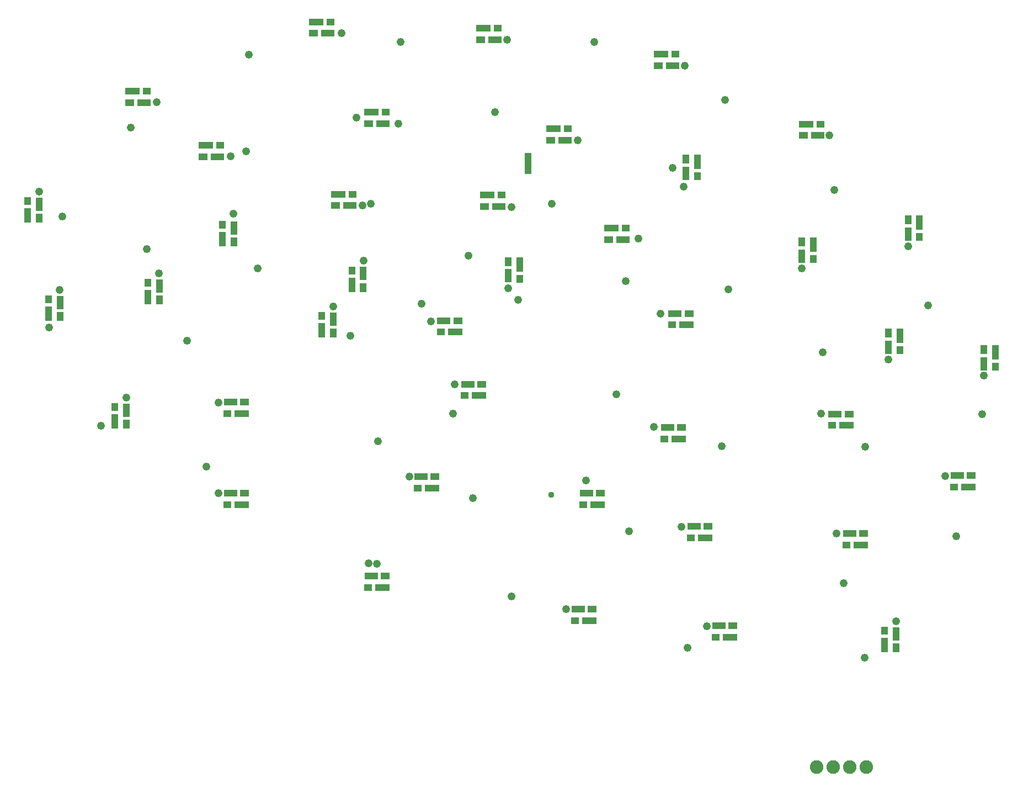
<source format=gbs>
G04 EAGLE Gerber RS-274X export*
G75*
%MOMM*%
%FSLAX34Y34*%
%LPD*%
%INSoldermask Bottom*%
%IPPOS*%
%AMOC8*
5,1,8,0,0,1.08239X$1,22.5*%
G01*
%ADD10C,2.082800*%
%ADD11R,1.053200X2.103200*%
%ADD12R,1.053200X1.203200*%
%ADD13R,1.053200X1.353200*%
%ADD14R,1.053200X2.203200*%
%ADD15R,2.103200X1.053200*%
%ADD16R,1.203200X1.053200*%
%ADD17R,1.353200X1.053200*%
%ADD18R,2.203200X1.053200*%
%ADD19R,1.103200X3.203200*%
%ADD20C,1.209600*%
%ADD21C,0.959600*%


D10*
X1297100Y96400D03*
X1322500Y96400D03*
X1347900Y96400D03*
X1373300Y96400D03*
D11*
X823608Y850028D03*
D12*
X841108Y845528D03*
D13*
X823608Y871778D03*
D14*
X841108Y867528D03*
D11*
X601332Y853550D03*
D12*
X583832Y858050D03*
D13*
X601332Y831800D03*
D14*
X583832Y836050D03*
D15*
X724806Y781164D03*
D16*
X720306Y763664D03*
D17*
X746556Y781164D03*
D18*
X742306Y763664D03*
D15*
X1079390Y792340D03*
D16*
X1074890Y774840D03*
D17*
X1101140Y792340D03*
D18*
X1096890Y774840D03*
D15*
X999600Y905650D03*
D16*
X1004100Y923150D03*
D17*
X977850Y905650D03*
D18*
X982100Y923150D03*
D15*
X809100Y956450D03*
D16*
X813600Y973950D03*
D17*
X787350Y956450D03*
D18*
X791600Y973950D03*
D15*
X580500Y957720D03*
D16*
X585000Y975220D03*
D17*
X558750Y957720D03*
D18*
X563000Y975220D03*
D11*
X402450Y923400D03*
D12*
X384950Y927900D03*
D13*
X402450Y901650D03*
D14*
X384950Y905900D03*
D11*
X554850Y783700D03*
D12*
X537350Y788200D03*
D13*
X554850Y761950D03*
D14*
X537350Y766200D03*
D15*
X761636Y683882D03*
D16*
X757136Y666382D03*
D17*
X783386Y683882D03*
D18*
X779136Y666382D03*
D15*
X1067960Y617588D03*
D16*
X1063460Y600088D03*
D17*
X1089710Y617588D03*
D18*
X1085460Y600088D03*
D15*
X1324754Y638162D03*
D16*
X1320254Y620662D03*
D17*
X1346504Y638162D03*
D18*
X1342254Y620662D03*
D11*
X1407046Y740554D03*
D12*
X1424546Y736054D03*
D13*
X1407046Y762304D03*
D14*
X1424546Y758054D03*
D11*
X1273950Y880000D03*
D12*
X1291450Y875500D03*
D13*
X1273950Y901750D03*
D14*
X1291450Y897500D03*
D11*
X1096150Y1007000D03*
D12*
X1113650Y1002500D03*
D13*
X1096150Y1028750D03*
D14*
X1113650Y1024500D03*
D15*
X910700Y1058050D03*
D16*
X915200Y1075550D03*
D17*
X888950Y1058050D03*
D18*
X893200Y1075550D03*
D15*
X631300Y1083450D03*
D16*
X635800Y1100950D03*
D17*
X609550Y1083450D03*
D18*
X613800Y1100950D03*
D15*
X377300Y1032650D03*
D16*
X381800Y1050150D03*
D17*
X355550Y1032650D03*
D18*
X359800Y1050150D03*
D11*
X288150Y834500D03*
D12*
X270650Y839000D03*
D13*
X288150Y812750D03*
D14*
X270650Y817000D03*
D15*
X397400Y656450D03*
D16*
X392900Y638950D03*
D17*
X419150Y656450D03*
D18*
X414900Y638950D03*
D15*
X689500Y542150D03*
D16*
X685000Y524650D03*
D17*
X711250Y542150D03*
D18*
X707000Y524650D03*
D15*
X943500Y516750D03*
D16*
X939000Y499250D03*
D17*
X965250Y516750D03*
D18*
X961000Y499250D03*
D15*
X1108600Y465950D03*
D16*
X1104100Y448450D03*
D17*
X1130350Y465950D03*
D18*
X1126100Y448450D03*
D15*
X1347360Y454774D03*
D16*
X1342860Y437274D03*
D17*
X1369110Y454774D03*
D18*
X1364860Y437274D03*
D15*
X1512460Y543928D03*
D16*
X1507960Y526428D03*
D17*
X1534210Y543928D03*
D18*
X1529960Y526428D03*
D11*
X1553350Y714900D03*
D12*
X1570850Y710400D03*
D13*
X1553350Y736650D03*
D14*
X1570850Y732400D03*
D11*
X1437272Y914036D03*
D12*
X1454772Y909536D03*
D13*
X1437272Y935786D03*
D14*
X1454772Y931536D03*
D15*
X1298558Y1065162D03*
D16*
X1303058Y1082662D03*
D17*
X1276808Y1065162D03*
D18*
X1281058Y1082662D03*
D15*
X1075800Y1172350D03*
D16*
X1080300Y1189850D03*
D17*
X1054050Y1172350D03*
D18*
X1058300Y1189850D03*
D15*
X803258Y1211974D03*
D16*
X807758Y1229474D03*
D17*
X781508Y1211974D03*
D18*
X785758Y1229474D03*
D15*
X546718Y1221626D03*
D16*
X551218Y1239126D03*
D17*
X524968Y1221626D03*
D18*
X529218Y1239126D03*
D15*
X264524Y1115454D03*
D16*
X269024Y1132954D03*
D17*
X242774Y1115454D03*
D18*
X247024Y1132954D03*
D11*
X104000Y959976D03*
D12*
X86500Y964476D03*
D13*
X104000Y938226D03*
D14*
X86500Y942476D03*
D11*
X135750Y809100D03*
D12*
X118250Y813600D03*
D13*
X135750Y787350D03*
D14*
X118250Y791600D03*
D11*
X237350Y644000D03*
D12*
X219850Y648500D03*
D13*
X237350Y622250D03*
D14*
X219850Y626500D03*
D15*
X397400Y516750D03*
D16*
X392900Y499250D03*
D17*
X419150Y516750D03*
D18*
X414900Y499250D03*
D15*
X613300Y389750D03*
D16*
X608800Y372250D03*
D17*
X635050Y389750D03*
D18*
X630800Y372250D03*
D15*
X930800Y338950D03*
D16*
X926300Y321450D03*
D17*
X952550Y338950D03*
D18*
X948300Y321450D03*
D15*
X1146700Y313550D03*
D16*
X1142200Y296050D03*
D17*
X1168450Y313550D03*
D18*
X1164200Y296050D03*
D11*
X1418450Y301100D03*
D12*
X1400950Y305600D03*
D13*
X1418450Y279350D03*
D14*
X1400950Y283600D03*
D19*
X853948Y1022388D03*
D20*
X1370838Y264668D03*
X1510792Y450850D03*
X1550924Y637794D03*
X1467866Y804672D03*
X1324356Y981710D03*
X1156462Y1119632D03*
X955294Y1208532D03*
X658876Y1208532D03*
X425958Y1188720D03*
X244602Y1077468D03*
X139192Y941070D03*
X119126Y770382D03*
X199136Y619760D03*
X360426Y557784D03*
X609092Y408940D03*
X829056Y358140D03*
X1098550Y279400D03*
X1338072Y378460D03*
X1371600Y588010D03*
X1306322Y732282D03*
X1092454Y987044D03*
X802894Y1100582D03*
X590550Y1092708D03*
X421132Y1041146D03*
X269240Y891286D03*
X330962Y750062D03*
X623824Y596392D03*
X769112Y509270D03*
X1009142Y458724D03*
X1151636Y589026D03*
X1161542Y829056D03*
X1004316Y842010D03*
X890524Y960374D03*
X612394Y960120D03*
X439166Y861060D03*
X581152Y758190D03*
X738886Y638810D03*
X989330Y668274D03*
X762508Y880872D03*
X690372Y807466D03*
D21*
X889254Y514350D03*
D20*
X1418663Y320729D03*
X1128268Y312928D03*
X912114Y338582D03*
X622046Y408432D03*
X378714Y516382D03*
X237744Y662940D03*
X135382Y828294D03*
X104140Y978662D03*
X283972Y1115822D03*
X567944Y1221740D03*
X821944Y1211580D03*
X1094540Y1172010D03*
X1316736Y1065022D03*
X1437640Y895350D03*
X1553210Y696722D03*
X1493774Y543052D03*
X1327658Y454914D03*
X1089660Y465328D03*
X943356Y536448D03*
X671776Y542236D03*
X378968Y655828D03*
X288036Y853440D03*
X397764Y1033018D03*
X654812Y1083424D03*
X929894Y1058164D03*
X1075690Y1015238D03*
X1273810Y861314D03*
X1407160Y721868D03*
X1303528Y638810D03*
X1047496Y617982D03*
X741172Y683768D03*
X554990Y802640D03*
X402082Y945134D03*
X599694Y958088D03*
X828802Y955548D03*
X1023112Y906780D03*
X1057656Y791718D03*
X705104Y780288D03*
X601726Y872998D03*
X823214Y831088D03*
X838454Y813054D03*
M02*

</source>
